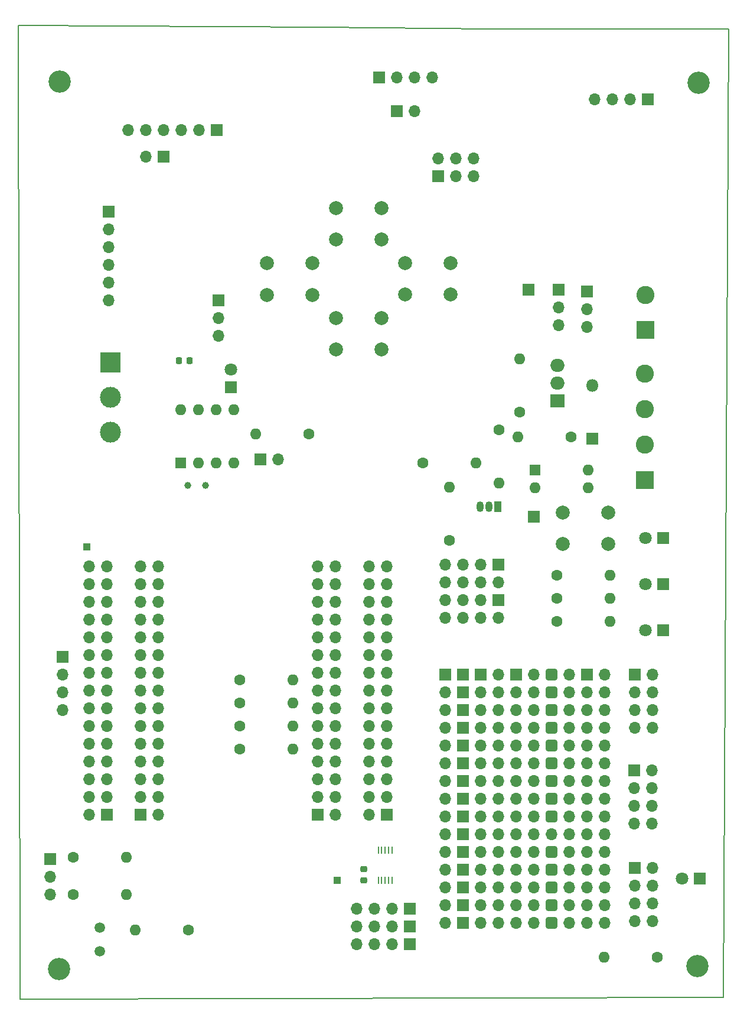
<source format=gbr>
%TF.GenerationSoftware,KiCad,Pcbnew,8.0.1*%
%TF.CreationDate,2024-10-06T19:08:46+02:00*%
%TF.ProjectId,CREPP.io,43524550-502e-4696-9f2e-6b696361645f,rev?*%
%TF.SameCoordinates,Original*%
%TF.FileFunction,Soldermask,Top*%
%TF.FilePolarity,Negative*%
%FSLAX46Y46*%
G04 Gerber Fmt 4.6, Leading zero omitted, Abs format (unit mm)*
G04 Created by KiCad (PCBNEW 8.0.1) date 2024-10-06 19:08:46*
%MOMM*%
%LPD*%
G01*
G04 APERTURE LIST*
G04 Aperture macros list*
%AMRoundRect*
0 Rectangle with rounded corners*
0 $1 Rounding radius*
0 $2 $3 $4 $5 $6 $7 $8 $9 X,Y pos of 4 corners*
0 Add a 4 corners polygon primitive as box body*
4,1,4,$2,$3,$4,$5,$6,$7,$8,$9,$2,$3,0*
0 Add four circle primitives for the rounded corners*
1,1,$1+$1,$2,$3*
1,1,$1+$1,$4,$5*
1,1,$1+$1,$6,$7*
1,1,$1+$1,$8,$9*
0 Add four rect primitives between the rounded corners*
20,1,$1+$1,$2,$3,$4,$5,0*
20,1,$1+$1,$4,$5,$6,$7,0*
20,1,$1+$1,$6,$7,$8,$9,0*
20,1,$1+$1,$8,$9,$2,$3,0*%
%AMFreePoly0*
4,1,25,-0.850000,0.425000,-0.829199,0.556332,-0.768832,0.674809,-0.674809,0.768832,-0.556332,0.829199,-0.425000,0.850000,0.425000,0.850000,0.556332,0.829199,0.674809,0.768832,0.768832,0.674809,0.829199,0.556332,0.850000,0.425000,0.850000,-0.425000,0.829199,-0.556332,0.768832,-0.674809,0.674809,-0.768832,0.556332,-0.829199,0.425000,-0.850000,-0.425000,-0.850000,-0.556332,-0.829199,
-0.674809,-0.768832,-0.768832,-0.674809,-0.829199,-0.556332,-0.850000,-0.425000,-0.850000,0.425000,-0.850000,0.425000,$1*%
G04 Aperture macros list end*
%ADD10C,1.600000*%
%ADD11O,1.600000X1.600000*%
%ADD12R,1.700000X1.700000*%
%ADD13O,1.700000X1.700000*%
%ADD14R,3.000000X3.000000*%
%ADD15C,3.000000*%
%ADD16R,1.800000X1.800000*%
%ADD17C,1.800000*%
%ADD18C,2.000000*%
%ADD19C,3.200000*%
%ADD20R,2.600000X2.600000*%
%ADD21C,2.600000*%
%ADD22R,1.000000X1.000000*%
%ADD23R,1.600000X1.600000*%
%ADD24O,1.800000X1.800000*%
%ADD25C,1.500000*%
%ADD26R,0.250000X1.100000*%
%ADD27FreePoly0,0.000000*%
%ADD28RoundRect,0.225000X0.225000X0.250000X-0.225000X0.250000X-0.225000X-0.250000X0.225000X-0.250000X0*%
%ADD29C,1.000000*%
%ADD30R,2.000000X1.905000*%
%ADD31O,2.000000X1.905000*%
%ADD32RoundRect,0.225000X-0.250000X0.225000X-0.250000X-0.225000X0.250000X-0.225000X0.250000X0.225000X0*%
%ADD33R,1.050000X1.500000*%
%ADD34O,1.050000X1.500000*%
%TA.AperFunction,Profile*%
%ADD35C,0.200000*%
%TD*%
G04 APERTURE END LIST*
D10*
%TO.C,R7*%
X176570194Y-97028989D03*
D11*
X184190194Y-97028989D03*
%TD*%
D12*
%TO.C,J25*%
X112333194Y-41681989D03*
D13*
X112333194Y-44221989D03*
X112333194Y-46761989D03*
X112333194Y-49301989D03*
X112333194Y-51841989D03*
X112333194Y-54381989D03*
%TD*%
D14*
%TO.C,RV1*%
X112562194Y-63246989D03*
D15*
X112562194Y-68246989D03*
X112562194Y-73246989D03*
%TD*%
D12*
%TO.C,J20*%
X155488194Y-146558989D03*
D13*
X152948194Y-146558989D03*
X150408194Y-146558989D03*
X147868194Y-146558989D03*
%TD*%
D12*
%TO.C,J30*%
X176824194Y-52847989D03*
D13*
X176824194Y-55387989D03*
X176824194Y-57927989D03*
%TD*%
D12*
%TO.C,J13*%
X168188194Y-92202989D03*
D13*
X168188194Y-94742989D03*
X165648194Y-92202989D03*
X165648194Y-94742989D03*
X163108194Y-92202989D03*
X163108194Y-94742989D03*
X160568194Y-92202989D03*
X160568194Y-94742989D03*
%TD*%
D16*
%TO.C,D3*%
X191810194Y-101600989D03*
D17*
X189270194Y-101600989D03*
%TD*%
D18*
%TO.C,SW4*%
X144872194Y-56932989D03*
X151372194Y-56932989D03*
X144872194Y-61432989D03*
X151372194Y-61432989D03*
%TD*%
D12*
%TO.C,J4*%
X116880194Y-128016989D03*
D13*
X119420194Y-128016989D03*
X116880194Y-125476989D03*
X119420194Y-125476989D03*
X116880194Y-122936989D03*
X119420194Y-122936989D03*
X116880194Y-120396989D03*
X119420194Y-120396989D03*
X116880194Y-117856989D03*
X119420194Y-117856989D03*
X116880194Y-115316989D03*
X119420194Y-115316989D03*
X116880194Y-112776989D03*
X119420194Y-112776989D03*
X116880194Y-110236989D03*
X119420194Y-110236989D03*
X116880194Y-107696989D03*
X119420194Y-107696989D03*
X116880194Y-105156989D03*
X119420194Y-105156989D03*
X116880194Y-102616989D03*
X119420194Y-102616989D03*
X116880194Y-100076989D03*
X119420194Y-100076989D03*
X116880194Y-97536989D03*
X119420194Y-97536989D03*
X116880194Y-94996989D03*
X119420194Y-94996989D03*
X116880194Y-92456989D03*
X119420194Y-92456989D03*
%TD*%
D12*
%TO.C,J15*%
X168188194Y-97282989D03*
D13*
X168188194Y-99822989D03*
X165648194Y-97282989D03*
X165648194Y-99822989D03*
X163108194Y-97282989D03*
X163108194Y-99822989D03*
X160568194Y-97282989D03*
X160568194Y-99822989D03*
%TD*%
D10*
%TO.C,R27*%
X141010194Y-73533989D03*
D11*
X133390194Y-73533989D03*
%TD*%
D12*
%TO.C,J19*%
X155488194Y-141478989D03*
D13*
X152948194Y-141478989D03*
X150408194Y-141478989D03*
X147868194Y-141478989D03*
%TD*%
D12*
%TO.C,J16*%
X159552194Y-36576989D03*
D13*
X159552194Y-34036989D03*
X162092194Y-36576989D03*
X162092194Y-34036989D03*
X164632194Y-36576989D03*
X164632194Y-34036989D03*
%TD*%
D12*
%TO.C,J6*%
X152186194Y-128016989D03*
D13*
X149646194Y-128016989D03*
X152186194Y-125476989D03*
X149646194Y-125476989D03*
X152186194Y-122936989D03*
X149646194Y-122936989D03*
X152186194Y-120396989D03*
X149646194Y-120396989D03*
X152186194Y-117856989D03*
X149646194Y-117856989D03*
X152186194Y-115316989D03*
X149646194Y-115316989D03*
X152186194Y-112776989D03*
X149646194Y-112776989D03*
X152186194Y-110236989D03*
X149646194Y-110236989D03*
X152186194Y-107696989D03*
X149646194Y-107696989D03*
X152186194Y-105156989D03*
X149646194Y-105156989D03*
X152186194Y-102616989D03*
X149646194Y-102616989D03*
X152186194Y-100076989D03*
X149646194Y-100076989D03*
X152186194Y-97536989D03*
X149646194Y-97536989D03*
X152186194Y-94996989D03*
X149646194Y-94996989D03*
X152186194Y-92456989D03*
X149646194Y-92456989D03*
%TD*%
D19*
%TO.C,H1*%
X196839394Y-23216589D03*
%TD*%
D12*
%TO.C,J7*%
X112054194Y-128016989D03*
D13*
X109514194Y-128016989D03*
X112054194Y-125476989D03*
X109514194Y-125476989D03*
X112054194Y-122936989D03*
X109514194Y-122936989D03*
X112054194Y-120396989D03*
X109514194Y-120396989D03*
X112054194Y-117856989D03*
X109514194Y-117856989D03*
X112054194Y-115316989D03*
X109514194Y-115316989D03*
X112054194Y-112776989D03*
X109514194Y-112776989D03*
X112054194Y-110236989D03*
X109514194Y-110236989D03*
X112054194Y-107696989D03*
X109514194Y-107696989D03*
X112054194Y-105156989D03*
X109514194Y-105156989D03*
X112054194Y-102616989D03*
X109514194Y-102616989D03*
X112054194Y-100076989D03*
X109514194Y-100076989D03*
X112054194Y-97536989D03*
X109514194Y-97536989D03*
X112054194Y-94996989D03*
X109514194Y-94996989D03*
X112054194Y-92456989D03*
X109514194Y-92456989D03*
%TD*%
D19*
%TO.C,H4*%
X196686994Y-149708589D03*
%TD*%
%TO.C,H2*%
X105246994Y-23064189D03*
%TD*%
D20*
%TO.C,J33*%
X189270194Y-58594989D03*
D21*
X189270194Y-53594989D03*
%TD*%
D18*
%TO.C,SW2*%
X144872194Y-41184989D03*
X151372194Y-41184989D03*
X144872194Y-45684989D03*
X151372194Y-45684989D03*
%TD*%
D10*
%TO.C,R1*%
X131104194Y-118618989D03*
D11*
X138724194Y-118618989D03*
%TD*%
D12*
%TO.C,J23*%
X151043194Y-22479989D03*
D13*
X153583194Y-22479989D03*
X156123194Y-22479989D03*
X158663194Y-22479989D03*
%TD*%
D10*
%TO.C,R17*%
X161126994Y-88748589D03*
D11*
X161126994Y-81128589D03*
%TD*%
D22*
%TO.C,T1*%
X145074194Y-137414989D03*
%TD*%
D16*
%TO.C,D1*%
X191810194Y-88392989D03*
D17*
X189270194Y-88392989D03*
%TD*%
D12*
%TO.C,J21*%
X155488194Y-144018989D03*
D13*
X152948194Y-144018989D03*
X150408194Y-144018989D03*
X147868194Y-144018989D03*
%TD*%
D23*
%TO.C,U2*%
X173390194Y-78708989D03*
D11*
X173390194Y-81248989D03*
X181010194Y-81248989D03*
X181010194Y-78708989D03*
%TD*%
D12*
%TO.C,J35*%
X105704194Y-105420989D03*
D13*
X105704194Y-107960989D03*
X105704194Y-110500989D03*
X105704194Y-113040989D03*
%TD*%
D12*
%TO.C,J12*%
X160568194Y-107950989D03*
X163108194Y-107950989D03*
D13*
X160568194Y-110490989D03*
D12*
X163108194Y-110490989D03*
D13*
X160568194Y-113030989D03*
D12*
X163108194Y-113030989D03*
D13*
X160568194Y-115570989D03*
D12*
X163108194Y-115570989D03*
D13*
X160568194Y-118110989D03*
D12*
X163108194Y-118110989D03*
D13*
X160568194Y-120650989D03*
D12*
X163108194Y-120650989D03*
D13*
X160568194Y-123190989D03*
D12*
X163108194Y-123190989D03*
D13*
X160568194Y-125730989D03*
D12*
X163108194Y-125730989D03*
D13*
X160568194Y-128270989D03*
D12*
X163108194Y-128270989D03*
D13*
X160568194Y-130810989D03*
D12*
X163108194Y-130810989D03*
D13*
X160568194Y-133350989D03*
D12*
X163108194Y-133350989D03*
D13*
X160568194Y-135890989D03*
D12*
X163108194Y-135890989D03*
D13*
X160568194Y-138430989D03*
D12*
X163108194Y-138430989D03*
D13*
X160568194Y-140970989D03*
D12*
X163108194Y-140970989D03*
D13*
X160568194Y-143510989D03*
D12*
X163108194Y-143510989D03*
%TD*%
%TO.C,J5*%
X142280194Y-128016989D03*
D13*
X144820194Y-128016989D03*
X142280194Y-125476989D03*
X144820194Y-125476989D03*
X142280194Y-122936989D03*
X144820194Y-122936989D03*
X142280194Y-120396989D03*
X144820194Y-120396989D03*
X142280194Y-117856989D03*
X144820194Y-117856989D03*
X142280194Y-115316989D03*
X144820194Y-115316989D03*
X142280194Y-112776989D03*
X144820194Y-112776989D03*
X142280194Y-110236989D03*
X144820194Y-110236989D03*
X142280194Y-107696989D03*
X144820194Y-107696989D03*
X142280194Y-105156989D03*
X144820194Y-105156989D03*
X142280194Y-102616989D03*
X144820194Y-102616989D03*
X142280194Y-100076989D03*
X144820194Y-100076989D03*
X142280194Y-97536989D03*
X144820194Y-97536989D03*
X142280194Y-94996989D03*
X144820194Y-94996989D03*
X142280194Y-92456989D03*
X144820194Y-92456989D03*
%TD*%
D18*
%TO.C,SW3*%
X154830194Y-49022989D03*
X161330194Y-49022989D03*
X154830194Y-53522989D03*
X161330194Y-53522989D03*
%TD*%
D16*
%TO.C,D12*%
X129834194Y-66802989D03*
D17*
X129834194Y-64262989D03*
%TD*%
D16*
%TO.C,D5*%
X181650194Y-74168989D03*
D24*
X181650194Y-66548989D03*
%TD*%
D10*
%TO.C,R2*%
X131104194Y-108712989D03*
D11*
X138724194Y-108712989D03*
%TD*%
D25*
%TO.C,LDR1*%
X111038194Y-144225789D03*
X111038194Y-147625789D03*
%TD*%
D12*
%TO.C,JP7*%
X134050594Y-77166189D03*
D13*
X136590594Y-77166189D03*
%TD*%
D12*
%TO.C,J8*%
X180888194Y-107950989D03*
D13*
X183428194Y-107950989D03*
X180888194Y-110490989D03*
X183428194Y-110490989D03*
X180888194Y-113030989D03*
X183428194Y-113030989D03*
X180888194Y-115570989D03*
X183428194Y-115570989D03*
X180888194Y-118110989D03*
X183428194Y-118110989D03*
X180888194Y-120650989D03*
X183428194Y-120650989D03*
X180888194Y-123190989D03*
X183428194Y-123190989D03*
X180888194Y-125730989D03*
X183428194Y-125730989D03*
X180888194Y-128270989D03*
X183428194Y-128270989D03*
X180888194Y-130810989D03*
X183428194Y-130810989D03*
X180888194Y-133350989D03*
X183428194Y-133350989D03*
X180888194Y-135890989D03*
X183428194Y-135890989D03*
X180888194Y-138430989D03*
X183428194Y-138430989D03*
X180888194Y-140970989D03*
X183428194Y-140970989D03*
X180888194Y-143510989D03*
X183428194Y-143510989D03*
%TD*%
D12*
%TO.C,J17*%
X187658194Y-121666989D03*
D13*
X190198194Y-121666989D03*
X187658194Y-124206989D03*
X190198194Y-124206989D03*
X187658194Y-126746989D03*
X190198194Y-126746989D03*
X187658194Y-129286989D03*
X190198194Y-129286989D03*
%TD*%
D12*
%TO.C,J3*%
X187746194Y-107950989D03*
D13*
X190286194Y-107950989D03*
X187746194Y-110490989D03*
X190286194Y-110490989D03*
X187746194Y-113030989D03*
X190286194Y-113030989D03*
X187746194Y-115570989D03*
X190286194Y-115570989D03*
%TD*%
D26*
%TO.C,U1*%
X150948194Y-137414989D03*
X151448194Y-137414989D03*
X151948194Y-137414989D03*
X152448194Y-137414989D03*
X152948194Y-137414989D03*
X152948194Y-133114989D03*
X152448194Y-133114989D03*
X151948194Y-133114989D03*
X151448194Y-133114989D03*
X150948194Y-133114989D03*
%TD*%
D12*
%TO.C,J29*%
X127802194Y-29972989D03*
D13*
X125262194Y-29972989D03*
X122722194Y-29972989D03*
X120182194Y-29972989D03*
X117642194Y-29972989D03*
X115102194Y-29972989D03*
%TD*%
D12*
%TO.C,J9*%
X165648194Y-107950989D03*
D13*
X168188194Y-107950989D03*
X165648194Y-110490989D03*
X168188194Y-110490989D03*
X165648194Y-113030989D03*
X168188194Y-113030989D03*
X165648194Y-115570989D03*
X168188194Y-115570989D03*
X165648194Y-118110989D03*
X168188194Y-118110989D03*
X165648194Y-120650989D03*
X168188194Y-120650989D03*
X165648194Y-123190989D03*
X168188194Y-123190989D03*
X165648194Y-125730989D03*
X168188194Y-125730989D03*
X165648194Y-128270989D03*
X168188194Y-128270989D03*
X165648194Y-130810989D03*
X168188194Y-130810989D03*
X165648194Y-133350989D03*
X168188194Y-133350989D03*
X165648194Y-135890989D03*
X168188194Y-135890989D03*
X165648194Y-138430989D03*
X168188194Y-138430989D03*
X165648194Y-140970989D03*
X168188194Y-140970989D03*
X165648194Y-143510989D03*
X168188194Y-143510989D03*
%TD*%
D16*
%TO.C,D4*%
X197017194Y-137160989D03*
D17*
X194477194Y-137160989D03*
%TD*%
D12*
%TO.C,J36*%
X128056194Y-54356989D03*
D13*
X128056194Y-56896989D03*
X128056194Y-59436989D03*
%TD*%
D10*
%TO.C,R3*%
X131104194Y-112014989D03*
D11*
X138724194Y-112014989D03*
%TD*%
D10*
%TO.C,R5*%
X190921194Y-148463989D03*
D11*
X183301194Y-148463989D03*
%TD*%
D12*
%TO.C,J26*%
X103926194Y-134366989D03*
D13*
X103926194Y-136906989D03*
X103926194Y-139446989D03*
%TD*%
D12*
%TO.C,J37*%
X173268194Y-85344989D03*
%TD*%
D10*
%TO.C,R16*%
X107228194Y-139446989D03*
D11*
X114848194Y-139446989D03*
%TD*%
D10*
%TO.C,R15*%
X123738194Y-144526989D03*
D11*
X116118194Y-144526989D03*
%TD*%
D27*
%TO.C,J11*%
X175808194Y-107950989D03*
D13*
X178348194Y-107950989D03*
D27*
X175808194Y-110490989D03*
D13*
X178348194Y-110490989D03*
D27*
X175808194Y-113030989D03*
D13*
X178348194Y-113030989D03*
D27*
X175808194Y-115570989D03*
D13*
X178348194Y-115570989D03*
D27*
X175808194Y-118110989D03*
D13*
X178348194Y-118110989D03*
D27*
X175808194Y-120650989D03*
D13*
X178348194Y-120650989D03*
D27*
X175808194Y-123190989D03*
D13*
X178348194Y-123190989D03*
D27*
X175808194Y-125730989D03*
D13*
X178348194Y-125730989D03*
D27*
X175808194Y-128270989D03*
D13*
X178348194Y-128270989D03*
X175808194Y-130810989D03*
X178348194Y-130810989D03*
D27*
X175808194Y-133350989D03*
D13*
X178348194Y-133350989D03*
D27*
X175808194Y-135890989D03*
D13*
X178348194Y-135890989D03*
D27*
X175808194Y-138430989D03*
D13*
X178348194Y-138430989D03*
D27*
X175808194Y-140970989D03*
D13*
X178348194Y-140970989D03*
D27*
X175808194Y-143510989D03*
D13*
X178348194Y-143510989D03*
%TD*%
D10*
%TO.C,R12*%
X168289794Y-72949789D03*
D11*
X168289794Y-80569789D03*
%TD*%
D19*
%TO.C,H3*%
X105196194Y-150165789D03*
%TD*%
D20*
%TO.C,J1*%
X189200194Y-80088989D03*
D21*
X189200194Y-75008989D03*
X189200194Y-69928989D03*
X189200194Y-64848989D03*
%TD*%
D28*
%TO.C,C2*%
X123903594Y-62992989D03*
X122353594Y-62992989D03*
%TD*%
D12*
%TO.C,J32*%
X180888194Y-53086989D03*
D13*
X180888194Y-55626989D03*
X180888194Y-58166989D03*
%TD*%
D10*
%TO.C,R6*%
X176570194Y-93726989D03*
D11*
X184190194Y-93726989D03*
%TD*%
D10*
%TO.C,R8*%
X176570194Y-100330989D03*
D11*
X184190194Y-100330989D03*
%TD*%
D12*
%TO.C,J10*%
X170728194Y-107950989D03*
D13*
X173268194Y-107950989D03*
X170728194Y-110490989D03*
X173268194Y-110490989D03*
X170728194Y-113030989D03*
X173268194Y-113030989D03*
X170728194Y-115570989D03*
X173268194Y-115570989D03*
X170728194Y-118110989D03*
X173268194Y-118110989D03*
X170728194Y-120650989D03*
X173268194Y-120650989D03*
X170728194Y-123190989D03*
X173268194Y-123190989D03*
X170728194Y-125730989D03*
X173268194Y-125730989D03*
X170728194Y-128270989D03*
X173268194Y-128270989D03*
X170728194Y-130810989D03*
X173268194Y-130810989D03*
X170728194Y-133350989D03*
X173268194Y-133350989D03*
X170728194Y-135890989D03*
X173268194Y-135890989D03*
X170728194Y-138430989D03*
X173268194Y-138430989D03*
X170728194Y-140970989D03*
X173268194Y-140970989D03*
X170728194Y-143510989D03*
X173268194Y-143510989D03*
%TD*%
D12*
%TO.C,J27*%
X153583194Y-27305989D03*
D13*
X156123194Y-27305989D03*
%TD*%
D29*
%TO.C,Y2*%
X123611194Y-80899989D03*
X126151194Y-80899989D03*
%TD*%
D10*
%TO.C,R13*%
X157316994Y-77674189D03*
D11*
X164936994Y-77674189D03*
%TD*%
D30*
%TO.C,Q1*%
X176600194Y-68758989D03*
D31*
X176600194Y-66218989D03*
X176600194Y-63678989D03*
%TD*%
D18*
%TO.C,SW1*%
X135018194Y-49094989D03*
X141518194Y-49094989D03*
X135018194Y-53594989D03*
X141518194Y-53594989D03*
%TD*%
D12*
%TO.C,J18*%
X187746194Y-135636989D03*
D13*
X190286194Y-135636989D03*
X187746194Y-138176989D03*
X190286194Y-138176989D03*
X187746194Y-140716989D03*
X190286194Y-140716989D03*
X187746194Y-143256989D03*
X190286194Y-143256989D03*
%TD*%
D32*
%TO.C,C1*%
X148884194Y-135864989D03*
X148884194Y-137414989D03*
%TD*%
D12*
%TO.C,J14*%
X189574994Y-25604189D03*
D13*
X187034994Y-25604189D03*
X184494994Y-25604189D03*
X181954994Y-25604189D03*
%TD*%
D12*
%TO.C,J28*%
X120182194Y-33782989D03*
D13*
X117642194Y-33782989D03*
%TD*%
D18*
%TO.C,SW5*%
X177436194Y-84786189D03*
X183936194Y-84786189D03*
X177436194Y-89286189D03*
X183936194Y-89286189D03*
%TD*%
D12*
%TO.C,J34*%
X172506194Y-52832989D03*
%TD*%
D10*
%TO.C,R4*%
X131104194Y-115316989D03*
D11*
X138724194Y-115316989D03*
%TD*%
D16*
%TO.C,D2*%
X191810194Y-94996989D03*
D17*
X189270194Y-94996989D03*
%TD*%
D10*
%TO.C,R9*%
X171236194Y-70358989D03*
D11*
X171236194Y-62738989D03*
%TD*%
D10*
%TO.C,R14*%
X178602194Y-73914989D03*
D11*
X170982194Y-73914989D03*
%TD*%
D10*
%TO.C,R10*%
X107228194Y-134112989D03*
D11*
X114848194Y-134112989D03*
%TD*%
D22*
%TO.C,T4*%
X109133194Y-89662989D03*
%TD*%
D33*
%TO.C,Q2*%
X168086594Y-83968989D03*
D34*
X166816594Y-83968989D03*
X165546594Y-83968989D03*
%TD*%
D23*
%TO.C,U14*%
X122605194Y-77714989D03*
D11*
X125145194Y-77714989D03*
X127685194Y-77714989D03*
X130225194Y-77714989D03*
X130225194Y-70094989D03*
X127685194Y-70094989D03*
X125145194Y-70094989D03*
X122605194Y-70094989D03*
%TD*%
D35*
X142798800Y-15240000D02*
X166928800Y-15494000D01*
X167182800Y-15494000D01*
X201218800Y-15494000D01*
X200456800Y-154178000D01*
X99618800Y-154432000D01*
X99364800Y-14986000D01*
X142798800Y-15240000D01*
M02*

</source>
